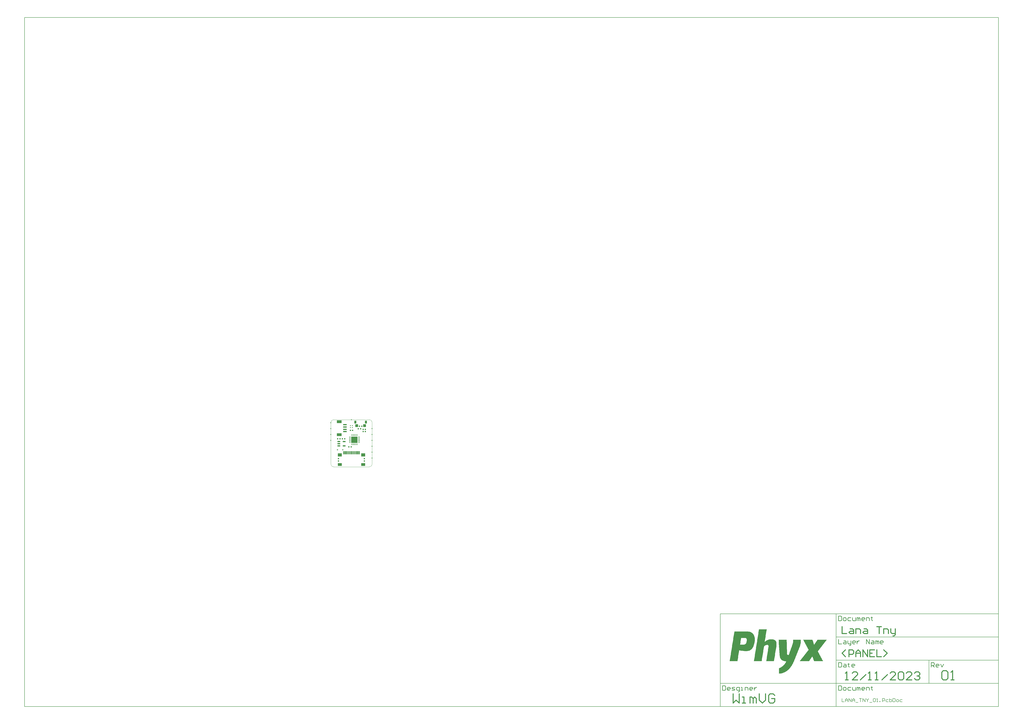
<source format=gtp>
G04*
G04 #@! TF.GenerationSoftware,Altium Limited,Altium Designer,23.10.1 (27)*
G04*
G04 Layer_Color=8421504*
%FSLAX25Y25*%
%MOIN*%
G70*
G04*
G04 #@! TF.SameCoordinates,194C9E44-5DED-4EF5-99F0-288BDC966464*
G04*
G04*
G04 #@! TF.FilePolarity,Positive*
G04*
G01*
G75*
%ADD10C,0.00984*%
%ADD11C,0.00394*%
%ADD13C,0.00787*%
%ADD16C,0.01575*%
%ADD17R,0.01181X0.05709*%
%ADD18R,0.07087X0.05709*%
%ADD19R,0.07087X0.04724*%
%ADD20R,0.07874X0.04724*%
%ADD21R,0.06102X0.02362*%
%ADD22C,0.01575*%
%ADD23R,0.04528X0.02362*%
%ADD24R,0.01929X0.01772*%
%ADD25R,0.03543X0.04724*%
%ADD26R,0.04528X0.05118*%
%ADD27R,0.02362X0.01968*%
%ADD28O,0.00787X0.02953*%
%ADD29O,0.02953X0.00787*%
%ADD30R,0.11024X0.11024*%
%ADD31R,0.01772X0.01772*%
%ADD32R,0.01968X0.02362*%
G36*
X708815Y-279574D02*
X710533D01*
Y-279860D01*
X711392D01*
Y-280146D01*
X712251D01*
Y-280433D01*
X713110D01*
Y-280719D01*
X713683D01*
Y-281005D01*
X713969D01*
Y-281292D01*
X714542D01*
Y-281578D01*
X714828D01*
Y-281864D01*
X715401D01*
Y-282151D01*
X715687D01*
Y-282437D01*
X715973D01*
Y-282723D01*
X716260D01*
Y-283009D01*
X716546D01*
Y-283296D01*
X716832D01*
Y-283582D01*
X717119D01*
Y-283868D01*
Y-284155D01*
X717405D01*
Y-284441D01*
X717691D01*
Y-284727D01*
Y-285014D01*
X717978D01*
Y-285300D01*
X718264D01*
Y-285586D01*
Y-285873D01*
X718550D01*
Y-286159D01*
Y-286445D01*
Y-286732D01*
X718836D01*
Y-287018D01*
Y-287304D01*
Y-287590D01*
X719123D01*
Y-287877D01*
Y-288163D01*
Y-288449D01*
Y-288736D01*
X719409D01*
Y-289022D01*
Y-289308D01*
Y-289595D01*
Y-289881D01*
Y-290167D01*
X719695D01*
Y-290454D01*
Y-290740D01*
Y-291026D01*
Y-291313D01*
Y-291599D01*
Y-291885D01*
Y-292171D01*
Y-292458D01*
Y-292744D01*
Y-293030D01*
Y-293317D01*
Y-293603D01*
Y-293889D01*
Y-294176D01*
Y-294462D01*
Y-294748D01*
Y-295035D01*
Y-295321D01*
Y-295607D01*
Y-295894D01*
X719409D01*
Y-296180D01*
Y-296466D01*
Y-296752D01*
Y-297039D01*
Y-297325D01*
Y-297611D01*
Y-297898D01*
X719123D01*
Y-298184D01*
Y-298470D01*
Y-298757D01*
Y-299043D01*
Y-299329D01*
X718836D01*
Y-299616D01*
Y-299902D01*
Y-300188D01*
Y-300475D01*
Y-300761D01*
X718550D01*
Y-301047D01*
Y-301333D01*
Y-301620D01*
X718264D01*
Y-301906D01*
Y-302192D01*
Y-302479D01*
Y-302765D01*
X717978D01*
Y-303051D01*
Y-303338D01*
Y-303624D01*
X717691D01*
Y-303910D01*
Y-304197D01*
X717405D01*
Y-304483D01*
Y-304769D01*
Y-305055D01*
X717119D01*
Y-305342D01*
Y-305628D01*
X716832D01*
Y-305914D01*
Y-306201D01*
X716546D01*
Y-306487D01*
Y-306773D01*
X716260D01*
Y-307060D01*
X715973D01*
Y-307346D01*
Y-307632D01*
X715687D01*
Y-307919D01*
X715401D01*
Y-308205D01*
X715114D01*
Y-308491D01*
Y-308778D01*
X714828D01*
Y-309064D01*
X714542D01*
Y-309350D01*
X714256D01*
Y-309636D01*
X713969D01*
Y-309923D01*
X713683D01*
Y-310209D01*
X713110D01*
Y-310495D01*
X712824D01*
Y-310782D01*
X712251D01*
Y-311068D01*
X711965D01*
Y-311354D01*
X711392D01*
Y-311641D01*
X710533D01*
Y-311927D01*
X709674D01*
Y-312213D01*
X708815D01*
Y-312500D01*
X707098D01*
Y-312786D01*
X701944D01*
Y-312500D01*
X699367D01*
Y-312213D01*
X697363D01*
Y-311927D01*
X695931D01*
Y-311641D01*
X694500D01*
Y-311354D01*
X693068D01*
Y-311641D01*
Y-311927D01*
Y-312213D01*
Y-312500D01*
Y-312786D01*
Y-313072D01*
Y-313359D01*
X692782D01*
Y-313645D01*
Y-313931D01*
Y-314217D01*
Y-314504D01*
Y-314790D01*
Y-315076D01*
X692496D01*
Y-315363D01*
Y-315649D01*
Y-315935D01*
Y-316222D01*
Y-316508D01*
Y-316794D01*
X692209D01*
Y-317081D01*
Y-317367D01*
Y-317653D01*
Y-317940D01*
Y-318226D01*
Y-318512D01*
Y-318798D01*
X691923D01*
Y-319085D01*
Y-319371D01*
Y-319657D01*
Y-319944D01*
Y-320230D01*
Y-320516D01*
X691637D01*
Y-320803D01*
Y-321089D01*
Y-321375D01*
Y-321662D01*
Y-321948D01*
Y-322234D01*
X691350D01*
Y-322521D01*
Y-322807D01*
Y-323093D01*
Y-323379D01*
Y-323666D01*
Y-323952D01*
Y-324238D01*
X691064D01*
Y-324525D01*
Y-324811D01*
Y-325097D01*
Y-325384D01*
Y-325670D01*
Y-325956D01*
X690778D01*
Y-326243D01*
Y-326529D01*
Y-326815D01*
Y-327102D01*
Y-327388D01*
Y-327674D01*
X690491D01*
Y-327960D01*
Y-328247D01*
Y-328533D01*
Y-328819D01*
Y-329106D01*
Y-329392D01*
Y-329678D01*
X677035D01*
Y-329392D01*
X677321D01*
Y-329106D01*
Y-328819D01*
Y-328533D01*
Y-328247D01*
Y-327960D01*
X677607D01*
Y-327674D01*
Y-327388D01*
Y-327102D01*
Y-326815D01*
Y-326529D01*
Y-326243D01*
Y-325956D01*
X677894D01*
Y-325670D01*
Y-325384D01*
Y-325097D01*
Y-324811D01*
Y-324525D01*
Y-324238D01*
X678180D01*
Y-323952D01*
Y-323666D01*
Y-323379D01*
Y-323093D01*
Y-322807D01*
Y-322521D01*
X678466D01*
Y-322234D01*
Y-321948D01*
Y-321662D01*
Y-321375D01*
Y-321089D01*
Y-320803D01*
Y-320516D01*
X678753D01*
Y-320230D01*
Y-319944D01*
Y-319657D01*
Y-319371D01*
Y-319085D01*
Y-318798D01*
X679039D01*
Y-318512D01*
Y-318226D01*
Y-317940D01*
Y-317653D01*
Y-317367D01*
Y-317081D01*
X679325D01*
Y-316794D01*
Y-316508D01*
Y-316222D01*
Y-315935D01*
Y-315649D01*
Y-315363D01*
X679612D01*
Y-315076D01*
Y-314790D01*
Y-314504D01*
Y-314217D01*
Y-313931D01*
Y-313645D01*
Y-313359D01*
X679898D01*
Y-313072D01*
Y-312786D01*
Y-312500D01*
Y-312213D01*
Y-311927D01*
Y-311641D01*
X680184D01*
Y-311354D01*
Y-311068D01*
Y-310782D01*
Y-310495D01*
Y-310209D01*
Y-309923D01*
X680471D01*
Y-309636D01*
Y-309350D01*
Y-309064D01*
Y-308778D01*
Y-308491D01*
Y-308205D01*
X680757D01*
Y-307919D01*
Y-307632D01*
Y-307346D01*
Y-307060D01*
Y-306773D01*
Y-306487D01*
Y-306201D01*
X681043D01*
Y-305914D01*
Y-305628D01*
Y-305342D01*
Y-305055D01*
Y-304769D01*
Y-304483D01*
X681329D01*
Y-304197D01*
Y-303910D01*
Y-303624D01*
Y-303338D01*
Y-303051D01*
Y-302765D01*
X681616D01*
Y-302479D01*
Y-302192D01*
Y-301906D01*
Y-301620D01*
Y-301333D01*
Y-301047D01*
Y-300761D01*
X681902D01*
Y-300475D01*
Y-300188D01*
Y-299902D01*
Y-299616D01*
Y-299329D01*
Y-299043D01*
X682188D01*
Y-298757D01*
Y-298470D01*
Y-298184D01*
Y-297898D01*
Y-297611D01*
Y-297325D01*
X682475D01*
Y-297039D01*
Y-296752D01*
Y-296466D01*
Y-296180D01*
Y-295894D01*
Y-295607D01*
X682761D01*
Y-295321D01*
Y-295035D01*
Y-294748D01*
Y-294462D01*
Y-294176D01*
Y-293889D01*
Y-293603D01*
X683047D01*
Y-293317D01*
Y-293030D01*
Y-292744D01*
Y-292458D01*
Y-292171D01*
Y-291885D01*
X683334D01*
Y-291599D01*
Y-291313D01*
Y-291026D01*
Y-290740D01*
Y-290454D01*
Y-290167D01*
X683620D01*
Y-289881D01*
Y-289595D01*
Y-289308D01*
Y-289022D01*
Y-288736D01*
Y-288449D01*
Y-288163D01*
X683906D01*
Y-287877D01*
Y-287590D01*
Y-287304D01*
Y-287018D01*
Y-286732D01*
Y-286445D01*
X684193D01*
Y-286159D01*
Y-285873D01*
Y-285586D01*
Y-285300D01*
Y-285014D01*
Y-284727D01*
X684479D01*
Y-284441D01*
Y-284155D01*
Y-283868D01*
Y-283582D01*
Y-283296D01*
Y-283009D01*
Y-282723D01*
X684765D01*
Y-282437D01*
Y-282151D01*
Y-281864D01*
Y-281578D01*
Y-281292D01*
Y-281005D01*
X685052D01*
Y-280719D01*
Y-280433D01*
Y-280146D01*
Y-279860D01*
Y-279574D01*
Y-279287D01*
X708815D01*
Y-279574D01*
D02*
G37*
G36*
X740024Y-276138D02*
Y-276424D01*
X739737D01*
Y-276711D01*
Y-276997D01*
Y-277283D01*
Y-277570D01*
Y-277856D01*
Y-278142D01*
X739451D01*
Y-278428D01*
Y-278715D01*
Y-279001D01*
Y-279287D01*
Y-279574D01*
Y-279860D01*
X739165D01*
Y-280146D01*
Y-280433D01*
Y-280719D01*
Y-281005D01*
Y-281292D01*
Y-281578D01*
Y-281864D01*
X738878D01*
Y-282151D01*
Y-282437D01*
Y-282723D01*
Y-283009D01*
Y-283296D01*
Y-283582D01*
X738592D01*
Y-283868D01*
Y-284155D01*
Y-284441D01*
Y-284727D01*
Y-285014D01*
Y-285300D01*
X738306D01*
Y-285586D01*
Y-285873D01*
Y-286159D01*
Y-286445D01*
Y-286732D01*
Y-287018D01*
Y-287304D01*
X738019D01*
Y-287590D01*
Y-287877D01*
Y-288163D01*
Y-288449D01*
Y-288736D01*
Y-289022D01*
X737733D01*
Y-289308D01*
Y-289595D01*
Y-289881D01*
Y-290167D01*
Y-290454D01*
Y-290740D01*
X737447D01*
Y-291026D01*
Y-291313D01*
Y-291599D01*
Y-291885D01*
Y-292171D01*
Y-292458D01*
X737160D01*
Y-292744D01*
Y-293030D01*
Y-293317D01*
Y-293603D01*
Y-293889D01*
Y-294176D01*
Y-294462D01*
X736874D01*
Y-294748D01*
Y-295035D01*
Y-295321D01*
Y-295607D01*
Y-295894D01*
Y-296180D01*
X736588D01*
Y-296466D01*
Y-296752D01*
X737160D01*
Y-296466D01*
X737447D01*
Y-296180D01*
X737733D01*
Y-295894D01*
X738306D01*
Y-295607D01*
X738592D01*
Y-295321D01*
X738878D01*
Y-295035D01*
X739451D01*
Y-294748D01*
X740024D01*
Y-294462D01*
X740310D01*
Y-294176D01*
X740882D01*
Y-293889D01*
X741742D01*
Y-293603D01*
X742314D01*
Y-293317D01*
X743173D01*
Y-293030D01*
X744605D01*
Y-292744D01*
X750904D01*
Y-293030D01*
X752049D01*
Y-293317D01*
X752908D01*
Y-293603D01*
X753480D01*
Y-293889D01*
X753767D01*
Y-294176D01*
X754339D01*
Y-294462D01*
X754626D01*
Y-294748D01*
X754912D01*
Y-295035D01*
X755198D01*
Y-295321D01*
X755484D01*
Y-295607D01*
Y-295894D01*
X755771D01*
Y-296180D01*
Y-296466D01*
X756057D01*
Y-296752D01*
Y-297039D01*
Y-297325D01*
X756344D01*
Y-297611D01*
Y-297898D01*
Y-298184D01*
Y-298470D01*
X756630D01*
Y-298757D01*
Y-299043D01*
Y-299329D01*
Y-299616D01*
Y-299902D01*
Y-300188D01*
Y-300475D01*
Y-300761D01*
Y-301047D01*
Y-301333D01*
Y-301620D01*
Y-301906D01*
Y-302192D01*
Y-302479D01*
Y-302765D01*
Y-303051D01*
Y-303338D01*
Y-303624D01*
X756344D01*
Y-303910D01*
Y-304197D01*
Y-304483D01*
Y-304769D01*
Y-305055D01*
Y-305342D01*
Y-305628D01*
X756057D01*
Y-305914D01*
Y-306201D01*
Y-306487D01*
Y-306773D01*
Y-307060D01*
Y-307346D01*
Y-307632D01*
X755771D01*
Y-307919D01*
Y-308205D01*
Y-308491D01*
Y-308778D01*
Y-309064D01*
Y-309350D01*
X755484D01*
Y-309636D01*
Y-309923D01*
Y-310209D01*
Y-310495D01*
Y-310782D01*
Y-311068D01*
X755198D01*
Y-311354D01*
Y-311641D01*
Y-311927D01*
Y-312213D01*
Y-312500D01*
Y-312786D01*
X754912D01*
Y-313072D01*
Y-313359D01*
Y-313645D01*
Y-313931D01*
Y-314217D01*
Y-314504D01*
Y-314790D01*
X754626D01*
Y-315076D01*
Y-315363D01*
Y-315649D01*
Y-315935D01*
Y-316222D01*
Y-316508D01*
X754339D01*
Y-316794D01*
Y-317081D01*
Y-317367D01*
Y-317653D01*
Y-317940D01*
Y-318226D01*
X754053D01*
Y-318512D01*
Y-318798D01*
Y-319085D01*
Y-319371D01*
Y-319657D01*
Y-319944D01*
Y-320230D01*
X753767D01*
Y-320516D01*
Y-320803D01*
Y-321089D01*
Y-321375D01*
Y-321662D01*
Y-321948D01*
X753480D01*
Y-322234D01*
Y-322521D01*
Y-322807D01*
Y-323093D01*
Y-323379D01*
Y-323666D01*
X753194D01*
Y-323952D01*
Y-324238D01*
Y-324525D01*
Y-324811D01*
Y-325097D01*
Y-325384D01*
X752908D01*
Y-325670D01*
Y-325956D01*
Y-326243D01*
Y-326529D01*
Y-326815D01*
Y-327102D01*
Y-327388D01*
X752621D01*
Y-327674D01*
Y-327960D01*
Y-328247D01*
Y-328533D01*
Y-328819D01*
Y-329106D01*
X752335D01*
Y-329392D01*
Y-329678D01*
X739165D01*
Y-329392D01*
Y-329106D01*
X739451D01*
Y-328819D01*
Y-328533D01*
Y-328247D01*
Y-327960D01*
Y-327674D01*
Y-327388D01*
X739737D01*
Y-327102D01*
Y-326815D01*
Y-326529D01*
Y-326243D01*
Y-325956D01*
Y-325670D01*
Y-325384D01*
X740024D01*
Y-325097D01*
Y-324811D01*
Y-324525D01*
Y-324238D01*
Y-323952D01*
Y-323666D01*
X740310D01*
Y-323379D01*
Y-323093D01*
Y-322807D01*
Y-322521D01*
Y-322234D01*
Y-321948D01*
X740596D01*
Y-321662D01*
Y-321375D01*
Y-321089D01*
Y-320803D01*
Y-320516D01*
Y-320230D01*
Y-319944D01*
X740882D01*
Y-319657D01*
Y-319371D01*
Y-319085D01*
Y-318798D01*
Y-318512D01*
Y-318226D01*
X741169D01*
Y-317940D01*
Y-317653D01*
Y-317367D01*
Y-317081D01*
Y-316794D01*
Y-316508D01*
Y-316222D01*
X741455D01*
Y-315935D01*
Y-315649D01*
Y-315363D01*
Y-315076D01*
Y-314790D01*
Y-314504D01*
X741742D01*
Y-314217D01*
Y-313931D01*
Y-313645D01*
Y-313359D01*
Y-313072D01*
Y-312786D01*
X742028D01*
Y-312500D01*
Y-312213D01*
Y-311927D01*
Y-311641D01*
Y-311354D01*
Y-311068D01*
X742314D01*
Y-310782D01*
Y-310495D01*
Y-310209D01*
Y-309923D01*
Y-309636D01*
Y-309350D01*
Y-309064D01*
X742600D01*
Y-308778D01*
Y-308491D01*
Y-308205D01*
Y-307919D01*
Y-307632D01*
Y-307346D01*
X742887D01*
Y-307060D01*
Y-306773D01*
Y-306487D01*
Y-306201D01*
Y-305914D01*
Y-305628D01*
Y-305342D01*
X743173D01*
Y-305055D01*
Y-304769D01*
Y-304483D01*
Y-304197D01*
Y-303910D01*
Y-303624D01*
X742887D01*
Y-303338D01*
Y-303051D01*
X742600D01*
Y-302765D01*
X742314D01*
Y-302479D01*
X741742D01*
Y-302192D01*
X740024D01*
Y-302479D01*
X738592D01*
Y-302765D01*
X737733D01*
Y-303051D01*
X737160D01*
Y-303338D01*
X736874D01*
Y-303624D01*
X736302D01*
Y-303910D01*
X736015D01*
Y-304197D01*
X735729D01*
Y-304483D01*
Y-304769D01*
X735443D01*
Y-305055D01*
Y-305342D01*
Y-305628D01*
X735156D01*
Y-305914D01*
Y-306201D01*
Y-306487D01*
Y-306773D01*
Y-307060D01*
Y-307346D01*
X734870D01*
Y-307632D01*
Y-307919D01*
Y-308205D01*
Y-308491D01*
Y-308778D01*
Y-309064D01*
Y-309350D01*
X734584D01*
Y-309636D01*
Y-309923D01*
Y-310209D01*
Y-310495D01*
Y-310782D01*
Y-311068D01*
X734297D01*
Y-311354D01*
Y-311641D01*
Y-311927D01*
Y-312213D01*
Y-312500D01*
Y-312786D01*
X734011D01*
Y-313072D01*
Y-313359D01*
Y-313645D01*
Y-313931D01*
Y-314217D01*
Y-314504D01*
X733725D01*
Y-314790D01*
Y-315076D01*
Y-315363D01*
Y-315649D01*
Y-315935D01*
Y-316222D01*
Y-316508D01*
X733438D01*
Y-316794D01*
Y-317081D01*
Y-317367D01*
Y-317653D01*
Y-317940D01*
Y-318226D01*
X733152D01*
Y-318512D01*
Y-318798D01*
Y-319085D01*
Y-319371D01*
Y-319657D01*
Y-319944D01*
X732866D01*
Y-320230D01*
Y-320516D01*
Y-320803D01*
Y-321089D01*
Y-321375D01*
Y-321662D01*
Y-321948D01*
X732580D01*
Y-322234D01*
Y-322521D01*
Y-322807D01*
Y-323093D01*
Y-323379D01*
Y-323666D01*
X732293D01*
Y-323952D01*
Y-324238D01*
Y-324525D01*
Y-324811D01*
Y-325097D01*
Y-325384D01*
X732007D01*
Y-325670D01*
Y-325956D01*
Y-326243D01*
Y-326529D01*
Y-326815D01*
Y-327102D01*
X731720D01*
Y-327388D01*
Y-327674D01*
Y-327960D01*
Y-328247D01*
Y-328533D01*
Y-328819D01*
Y-329106D01*
X731434D01*
Y-329392D01*
Y-329678D01*
X718264D01*
Y-329392D01*
Y-329106D01*
X718550D01*
Y-328819D01*
Y-328533D01*
Y-328247D01*
Y-327960D01*
Y-327674D01*
Y-327388D01*
Y-327102D01*
X718836D01*
Y-326815D01*
Y-326529D01*
Y-326243D01*
Y-325956D01*
Y-325670D01*
Y-325384D01*
X719123D01*
Y-325097D01*
Y-324811D01*
Y-324525D01*
Y-324238D01*
Y-323952D01*
Y-323666D01*
X719409D01*
Y-323379D01*
Y-323093D01*
Y-322807D01*
Y-322521D01*
Y-322234D01*
Y-321948D01*
Y-321662D01*
X719695D01*
Y-321375D01*
Y-321089D01*
Y-320803D01*
Y-320516D01*
Y-320230D01*
Y-319944D01*
X719982D01*
Y-319657D01*
Y-319371D01*
Y-319085D01*
Y-318798D01*
Y-318512D01*
Y-318226D01*
X720268D01*
Y-317940D01*
Y-317653D01*
Y-317367D01*
Y-317081D01*
Y-316794D01*
Y-316508D01*
X720554D01*
Y-316222D01*
Y-315935D01*
Y-315649D01*
Y-315363D01*
Y-315076D01*
Y-314790D01*
Y-314504D01*
X720841D01*
Y-314217D01*
Y-313931D01*
Y-313645D01*
Y-313359D01*
Y-313072D01*
Y-312786D01*
X721127D01*
Y-312500D01*
Y-312213D01*
Y-311927D01*
Y-311641D01*
Y-311354D01*
Y-311068D01*
X721413D01*
Y-310782D01*
Y-310495D01*
Y-310209D01*
Y-309923D01*
Y-309636D01*
Y-309350D01*
Y-309064D01*
X721700D01*
Y-308778D01*
Y-308491D01*
Y-308205D01*
Y-307919D01*
Y-307632D01*
Y-307346D01*
X721986D01*
Y-307060D01*
Y-306773D01*
Y-306487D01*
Y-306201D01*
Y-305914D01*
Y-305628D01*
X722272D01*
Y-305342D01*
Y-305055D01*
Y-304769D01*
Y-304483D01*
Y-304197D01*
Y-303910D01*
X722558D01*
Y-303624D01*
Y-303338D01*
Y-303051D01*
Y-302765D01*
Y-302479D01*
Y-302192D01*
Y-301906D01*
X722845D01*
Y-301620D01*
Y-301333D01*
Y-301047D01*
Y-300761D01*
Y-300475D01*
Y-300188D01*
X723131D01*
Y-299902D01*
Y-299616D01*
Y-299329D01*
Y-299043D01*
Y-298757D01*
Y-298470D01*
X723418D01*
Y-298184D01*
Y-297898D01*
Y-297611D01*
Y-297325D01*
Y-297039D01*
Y-296752D01*
X723704D01*
Y-296466D01*
Y-296180D01*
Y-295894D01*
Y-295607D01*
Y-295321D01*
Y-295035D01*
Y-294748D01*
X723990D01*
Y-294462D01*
Y-294176D01*
Y-293889D01*
Y-293603D01*
Y-293317D01*
Y-293030D01*
X724276D01*
Y-292744D01*
Y-292458D01*
Y-292171D01*
Y-291885D01*
Y-291599D01*
Y-291313D01*
X724563D01*
Y-291026D01*
Y-290740D01*
Y-290454D01*
Y-290167D01*
Y-289881D01*
Y-289595D01*
Y-289308D01*
X724849D01*
Y-289022D01*
Y-288736D01*
Y-288449D01*
Y-288163D01*
Y-287877D01*
Y-287590D01*
X725135D01*
Y-287304D01*
Y-287018D01*
Y-286732D01*
Y-286445D01*
Y-286159D01*
Y-285873D01*
X725422D01*
Y-285586D01*
Y-285300D01*
Y-285014D01*
Y-284727D01*
Y-284441D01*
Y-284155D01*
X725708D01*
Y-283868D01*
Y-283582D01*
Y-283296D01*
Y-283009D01*
Y-282723D01*
Y-282437D01*
Y-282151D01*
X725994D01*
Y-281864D01*
Y-281578D01*
Y-281292D01*
Y-281005D01*
Y-280719D01*
Y-280433D01*
X726281D01*
Y-280146D01*
Y-279860D01*
Y-279574D01*
Y-279287D01*
Y-279001D01*
Y-278715D01*
X726567D01*
Y-278428D01*
Y-278142D01*
Y-277856D01*
Y-277570D01*
Y-277283D01*
Y-276997D01*
Y-276711D01*
X726853D01*
Y-276424D01*
Y-276138D01*
Y-275852D01*
X740024D01*
Y-276138D01*
D02*
G37*
G36*
X841951Y-293603D02*
X841665D01*
Y-293889D01*
X841378D01*
Y-294176D01*
Y-294462D01*
X841092D01*
Y-294748D01*
X840806D01*
Y-295035D01*
X840519D01*
Y-295321D01*
Y-295607D01*
X840233D01*
Y-295894D01*
X839947D01*
Y-296180D01*
X839660D01*
Y-296466D01*
X839374D01*
Y-296752D01*
Y-297039D01*
X839088D01*
Y-297325D01*
X838801D01*
Y-297611D01*
X838515D01*
Y-297898D01*
Y-298184D01*
X838229D01*
Y-298470D01*
X837943D01*
Y-298757D01*
X837656D01*
Y-299043D01*
X837370D01*
Y-299329D01*
Y-299616D01*
X837084D01*
Y-299902D01*
X836797D01*
Y-300188D01*
X836511D01*
Y-300475D01*
Y-300761D01*
X836225D01*
Y-301047D01*
X835938D01*
Y-301333D01*
X835652D01*
Y-301620D01*
Y-301906D01*
X835366D01*
Y-302192D01*
X835079D01*
Y-302479D01*
X834793D01*
Y-302765D01*
X834507D01*
Y-303051D01*
Y-303338D01*
X834221D01*
Y-303624D01*
X833934D01*
Y-303910D01*
X833648D01*
Y-304197D01*
Y-304483D01*
X833362D01*
Y-304769D01*
X833075D01*
Y-305055D01*
X832789D01*
Y-305342D01*
Y-305628D01*
X832503D01*
Y-305914D01*
X832216D01*
Y-306201D01*
X831930D01*
Y-306487D01*
X831644D01*
Y-306773D01*
Y-307060D01*
X831357D01*
Y-307346D01*
X831071D01*
Y-307632D01*
X830785D01*
Y-307919D01*
Y-308205D01*
X830499D01*
Y-308491D01*
X830212D01*
Y-308778D01*
X829926D01*
Y-309064D01*
Y-309350D01*
X829640D01*
Y-309636D01*
X829353D01*
Y-309923D01*
X829067D01*
Y-310209D01*
X828781D01*
Y-310495D01*
Y-310782D01*
X828494D01*
Y-311068D01*
X828208D01*
Y-311354D01*
X827922D01*
Y-311641D01*
Y-311927D01*
X827635D01*
Y-312213D01*
X827349D01*
Y-312500D01*
X827063D01*
Y-312786D01*
X826776D01*
Y-313072D01*
Y-313359D01*
X827063D01*
Y-313645D01*
Y-313931D01*
X827349D01*
Y-314217D01*
Y-314504D01*
X827635D01*
Y-314790D01*
X827922D01*
Y-315076D01*
Y-315363D01*
X828208D01*
Y-315649D01*
Y-315935D01*
X828494D01*
Y-316222D01*
Y-316508D01*
X828781D01*
Y-316794D01*
Y-317081D01*
X829067D01*
Y-317367D01*
Y-317653D01*
X829353D01*
Y-317940D01*
Y-318226D01*
X829640D01*
Y-318512D01*
Y-318798D01*
X829926D01*
Y-319085D01*
Y-319371D01*
X830212D01*
Y-319657D01*
X830499D01*
Y-319944D01*
Y-320230D01*
X830785D01*
Y-320516D01*
Y-320803D01*
X831071D01*
Y-321089D01*
Y-321375D01*
X831357D01*
Y-321662D01*
Y-321948D01*
X831644D01*
Y-322234D01*
Y-322521D01*
X831930D01*
Y-322807D01*
Y-323093D01*
X832216D01*
Y-323379D01*
Y-323666D01*
X832503D01*
Y-323952D01*
X832789D01*
Y-324238D01*
Y-324525D01*
X833075D01*
Y-324811D01*
Y-325097D01*
X833362D01*
Y-325384D01*
Y-325670D01*
X833648D01*
Y-325956D01*
Y-326243D01*
X833934D01*
Y-326529D01*
Y-326815D01*
X834221D01*
Y-327102D01*
Y-327388D01*
X834507D01*
Y-327674D01*
Y-327960D01*
X834793D01*
Y-328247D01*
X835079D01*
Y-328533D01*
Y-328819D01*
X835366D01*
Y-329106D01*
Y-329392D01*
X835652D01*
Y-329678D01*
X820477D01*
Y-329392D01*
X820191D01*
Y-329106D01*
Y-328819D01*
Y-328533D01*
X819905D01*
Y-328247D01*
Y-327960D01*
Y-327674D01*
X819619D01*
Y-327388D01*
Y-327102D01*
X819332D01*
Y-326815D01*
Y-326529D01*
Y-326243D01*
X819046D01*
Y-325956D01*
Y-325670D01*
Y-325384D01*
X818760D01*
Y-325097D01*
Y-324811D01*
X818473D01*
Y-324525D01*
Y-324238D01*
Y-323952D01*
X818187D01*
Y-323666D01*
Y-323379D01*
Y-323093D01*
X817901D01*
Y-322807D01*
Y-322521D01*
Y-322234D01*
X817614D01*
Y-321948D01*
X817042D01*
Y-322234D01*
Y-322521D01*
X816755D01*
Y-322807D01*
X816469D01*
Y-323093D01*
Y-323379D01*
X816183D01*
Y-323666D01*
X815897D01*
Y-323952D01*
Y-324238D01*
X815610D01*
Y-324525D01*
X815324D01*
Y-324811D01*
Y-325097D01*
X815038D01*
Y-325384D01*
X814751D01*
Y-325670D01*
X814465D01*
Y-325956D01*
Y-326243D01*
X814179D01*
Y-326529D01*
X813892D01*
Y-326815D01*
Y-327102D01*
X813606D01*
Y-327388D01*
X813320D01*
Y-327674D01*
Y-327960D01*
X813033D01*
Y-328247D01*
X812747D01*
Y-328533D01*
Y-328819D01*
X812461D01*
Y-329106D01*
X812174D01*
Y-329392D01*
Y-329678D01*
X796141D01*
Y-329392D01*
X796427D01*
Y-329106D01*
X796714D01*
Y-328819D01*
X797000D01*
Y-328533D01*
X797286D01*
Y-328247D01*
Y-327960D01*
X797573D01*
Y-327674D01*
X797859D01*
Y-327388D01*
X798145D01*
Y-327102D01*
X798431D01*
Y-326815D01*
Y-326529D01*
X798718D01*
Y-326243D01*
X799004D01*
Y-325956D01*
X799290D01*
Y-325670D01*
Y-325384D01*
X799577D01*
Y-325097D01*
X799863D01*
Y-324811D01*
X800149D01*
Y-324525D01*
X800436D01*
Y-324238D01*
Y-323952D01*
X800722D01*
Y-323666D01*
X801008D01*
Y-323379D01*
X801295D01*
Y-323093D01*
X801581D01*
Y-322807D01*
Y-322521D01*
X801867D01*
Y-322234D01*
X802153D01*
Y-321948D01*
X802440D01*
Y-321662D01*
Y-321375D01*
X802726D01*
Y-321089D01*
X803012D01*
Y-320803D01*
X803299D01*
Y-320516D01*
X803585D01*
Y-320230D01*
Y-319944D01*
X803871D01*
Y-319657D01*
X804158D01*
Y-319371D01*
X804444D01*
Y-319085D01*
Y-318798D01*
X804730D01*
Y-318512D01*
X805017D01*
Y-318226D01*
X805303D01*
Y-317940D01*
X805589D01*
Y-317653D01*
Y-317367D01*
X805876D01*
Y-317081D01*
X806162D01*
Y-316794D01*
X806448D01*
Y-316508D01*
Y-316222D01*
X806734D01*
Y-315935D01*
X807021D01*
Y-315649D01*
X807307D01*
Y-315363D01*
X807594D01*
Y-315076D01*
Y-314790D01*
X807880D01*
Y-314504D01*
X808166D01*
Y-314217D01*
X808452D01*
Y-313931D01*
X808739D01*
Y-313645D01*
Y-313359D01*
X809025D01*
Y-313072D01*
X809311D01*
Y-312786D01*
X809598D01*
Y-312500D01*
Y-312213D01*
X809884D01*
Y-311927D01*
X810170D01*
Y-311641D01*
X810457D01*
Y-311354D01*
X810743D01*
Y-311068D01*
Y-310782D01*
X811029D01*
Y-310495D01*
Y-310209D01*
Y-309923D01*
X810743D01*
Y-309636D01*
X810457D01*
Y-309350D01*
Y-309064D01*
X810170D01*
Y-308778D01*
Y-308491D01*
X809884D01*
Y-308205D01*
Y-307919D01*
X809598D01*
Y-307632D01*
Y-307346D01*
X809311D01*
Y-307060D01*
Y-306773D01*
X809025D01*
Y-306487D01*
Y-306201D01*
X808739D01*
Y-305914D01*
X808452D01*
Y-305628D01*
Y-305342D01*
X808166D01*
Y-305055D01*
Y-304769D01*
X807880D01*
Y-304483D01*
Y-304197D01*
X807594D01*
Y-303910D01*
Y-303624D01*
X807307D01*
Y-303338D01*
Y-303051D01*
X807021D01*
Y-302765D01*
Y-302479D01*
X806734D01*
Y-302192D01*
X806448D01*
Y-301906D01*
Y-301620D01*
X806162D01*
Y-301333D01*
Y-301047D01*
X805876D01*
Y-300761D01*
Y-300475D01*
X805589D01*
Y-300188D01*
Y-299902D01*
X805303D01*
Y-299616D01*
Y-299329D01*
X805017D01*
Y-299043D01*
Y-298757D01*
X804730D01*
Y-298470D01*
Y-298184D01*
X804444D01*
Y-297898D01*
X804158D01*
Y-297611D01*
Y-297325D01*
X803871D01*
Y-297039D01*
Y-296752D01*
X803585D01*
Y-296466D01*
Y-296180D01*
X803299D01*
Y-295894D01*
Y-295607D01*
X803012D01*
Y-295321D01*
Y-295035D01*
X802726D01*
Y-294748D01*
Y-294462D01*
X802440D01*
Y-294176D01*
X802153D01*
Y-293889D01*
Y-293603D01*
X801867D01*
Y-293317D01*
X817614D01*
Y-293603D01*
X817901D01*
Y-293889D01*
Y-294176D01*
Y-294462D01*
X818187D01*
Y-294748D01*
Y-295035D01*
Y-295321D01*
X818473D01*
Y-295607D01*
Y-295894D01*
Y-296180D01*
X818760D01*
Y-296466D01*
Y-296752D01*
Y-297039D01*
X819046D01*
Y-297325D01*
Y-297611D01*
Y-297898D01*
X819332D01*
Y-298184D01*
Y-298470D01*
Y-298757D01*
X819619D01*
Y-299043D01*
Y-299329D01*
Y-299616D01*
X819905D01*
Y-299902D01*
Y-300188D01*
Y-300475D01*
X820191D01*
Y-300761D01*
Y-301047D01*
Y-301333D01*
Y-301620D01*
X820764D01*
Y-301333D01*
X821050D01*
Y-301047D01*
X821336D01*
Y-300761D01*
Y-300475D01*
X821623D01*
Y-300188D01*
X821909D01*
Y-299902D01*
Y-299616D01*
X822195D01*
Y-299329D01*
X822482D01*
Y-299043D01*
Y-298757D01*
X822768D01*
Y-298470D01*
X823054D01*
Y-298184D01*
Y-297898D01*
X823341D01*
Y-297611D01*
X823627D01*
Y-297325D01*
Y-297039D01*
X823913D01*
Y-296752D01*
X824200D01*
Y-296466D01*
Y-296180D01*
X824486D01*
Y-295894D01*
X824772D01*
Y-295607D01*
Y-295321D01*
X825058D01*
Y-295035D01*
X825345D01*
Y-294748D01*
Y-294462D01*
X825631D01*
Y-294176D01*
X825918D01*
Y-293889D01*
Y-293603D01*
X826204D01*
Y-293317D01*
X841951D01*
Y-293603D01*
D02*
G37*
G36*
X797859D02*
Y-293889D01*
Y-294176D01*
Y-294462D01*
Y-294748D01*
Y-295035D01*
Y-295321D01*
Y-295607D01*
Y-295894D01*
Y-296180D01*
Y-296466D01*
Y-296752D01*
Y-297039D01*
Y-297325D01*
Y-297611D01*
Y-297898D01*
Y-298184D01*
Y-298470D01*
Y-298757D01*
Y-299043D01*
Y-299329D01*
X797573D01*
Y-299616D01*
Y-299902D01*
Y-300188D01*
Y-300475D01*
Y-300761D01*
X797286D01*
Y-301047D01*
Y-301333D01*
Y-301620D01*
Y-301906D01*
X797000D01*
Y-302192D01*
Y-302479D01*
Y-302765D01*
Y-303051D01*
X796714D01*
Y-303338D01*
Y-303624D01*
Y-303910D01*
X796427D01*
Y-304197D01*
Y-304483D01*
Y-304769D01*
X796141D01*
Y-305055D01*
Y-305342D01*
Y-305628D01*
X795855D01*
Y-305914D01*
Y-306201D01*
Y-306487D01*
X795568D01*
Y-306773D01*
Y-307060D01*
X795282D01*
Y-307346D01*
Y-307632D01*
X794996D01*
Y-307919D01*
Y-308205D01*
Y-308491D01*
X794709D01*
Y-308778D01*
Y-309064D01*
X794423D01*
Y-309350D01*
Y-309636D01*
Y-309923D01*
X794137D01*
Y-310209D01*
Y-310495D01*
X793850D01*
Y-310782D01*
Y-311068D01*
Y-311354D01*
X793564D01*
Y-311641D01*
Y-311927D01*
X793278D01*
Y-312213D01*
Y-312500D01*
Y-312786D01*
X792991D01*
Y-313072D01*
Y-313359D01*
X792705D01*
Y-313645D01*
Y-313931D01*
Y-314217D01*
X792419D01*
Y-314504D01*
Y-314790D01*
X792133D01*
Y-315076D01*
Y-315363D01*
Y-315649D01*
X791846D01*
Y-315935D01*
Y-316222D01*
X791560D01*
Y-316508D01*
Y-316794D01*
Y-317081D01*
X791274D01*
Y-317367D01*
Y-317653D01*
X790987D01*
Y-317940D01*
Y-318226D01*
Y-318512D01*
X790701D01*
Y-318798D01*
Y-319085D01*
X790415D01*
Y-319371D01*
Y-319657D01*
Y-319944D01*
X790128D01*
Y-320230D01*
Y-320516D01*
X789842D01*
Y-320803D01*
Y-321089D01*
Y-321375D01*
X789556D01*
Y-321662D01*
Y-321948D01*
X789269D01*
Y-322234D01*
Y-322521D01*
Y-322807D01*
X788983D01*
Y-323093D01*
Y-323379D01*
X788697D01*
Y-323666D01*
Y-323952D01*
Y-324238D01*
X788411D01*
Y-324525D01*
Y-324811D01*
X788124D01*
Y-325097D01*
Y-325384D01*
Y-325670D01*
X787838D01*
Y-325956D01*
Y-326243D01*
X787552D01*
Y-326529D01*
Y-326815D01*
Y-327102D01*
X787265D01*
Y-327388D01*
Y-327674D01*
X786979D01*
Y-327960D01*
Y-328247D01*
Y-328533D01*
X786693D01*
Y-328819D01*
Y-329106D01*
X786406D01*
Y-329392D01*
Y-329678D01*
Y-329965D01*
X786120D01*
Y-330251D01*
Y-330537D01*
X785834D01*
Y-330824D01*
Y-331110D01*
X785547D01*
Y-331396D01*
Y-331683D01*
X785261D01*
Y-331969D01*
Y-332255D01*
Y-332542D01*
X784975D01*
Y-332828D01*
X784688D01*
Y-333114D01*
Y-333401D01*
Y-333687D01*
X784402D01*
Y-333973D01*
X784116D01*
Y-334259D01*
Y-334546D01*
X783829D01*
Y-334832D01*
Y-335118D01*
X783543D01*
Y-335405D01*
Y-335691D01*
X783257D01*
Y-335977D01*
Y-336264D01*
X782971D01*
Y-336550D01*
X782684D01*
Y-336836D01*
Y-337123D01*
X782398D01*
Y-337409D01*
Y-337695D01*
X782112D01*
Y-337982D01*
X781825D01*
Y-338268D01*
X781539D01*
Y-338554D01*
Y-338840D01*
X781253D01*
Y-339127D01*
X780966D01*
Y-339413D01*
Y-339699D01*
X780680D01*
Y-339986D01*
X780394D01*
Y-340272D01*
X780107D01*
Y-340558D01*
Y-340845D01*
X779821D01*
Y-341131D01*
X779535D01*
Y-341417D01*
X779249D01*
Y-341704D01*
X778962D01*
Y-341990D01*
X778676D01*
Y-342276D01*
Y-342563D01*
X778390D01*
Y-342849D01*
X778103D01*
Y-343135D01*
X777817D01*
Y-343421D01*
X777531D01*
Y-343708D01*
X777244D01*
Y-343994D01*
X776958D01*
Y-344280D01*
X776672D01*
Y-344567D01*
X776099D01*
Y-344853D01*
X775813D01*
Y-345139D01*
X775526D01*
Y-345426D01*
X775240D01*
Y-345712D01*
X774954D01*
Y-345998D01*
X774381D01*
Y-346285D01*
X774095D01*
Y-346571D01*
X773522D01*
Y-346857D01*
X773236D01*
Y-347144D01*
X772663D01*
Y-347430D01*
X772377D01*
Y-347716D01*
X771804D01*
Y-348002D01*
X771232D01*
Y-348289D01*
X770659D01*
Y-348575D01*
X770086D01*
Y-348861D01*
X769514D01*
Y-349148D01*
X768655D01*
Y-349434D01*
X768082D01*
Y-349720D01*
X767223D01*
Y-350007D01*
X766078D01*
Y-350293D01*
X764933D01*
Y-350579D01*
X763215D01*
Y-350866D01*
X761211D01*
Y-351152D01*
X760924D01*
Y-350866D01*
Y-350579D01*
Y-350293D01*
Y-350007D01*
Y-349720D01*
Y-349434D01*
Y-349148D01*
Y-348861D01*
Y-348575D01*
Y-348289D01*
Y-348002D01*
Y-347716D01*
Y-347430D01*
Y-347144D01*
Y-346857D01*
Y-346571D01*
Y-346285D01*
Y-345998D01*
Y-345712D01*
Y-345426D01*
Y-345139D01*
Y-344853D01*
Y-344567D01*
Y-344280D01*
Y-343994D01*
Y-343708D01*
Y-343421D01*
Y-343135D01*
Y-342849D01*
Y-342563D01*
Y-342276D01*
Y-341990D01*
Y-341704D01*
X761497D01*
Y-341417D01*
X762070D01*
Y-341131D01*
X762642D01*
Y-340845D01*
X763215D01*
Y-340558D01*
X763788D01*
Y-340272D01*
X764360D01*
Y-339986D01*
X764646D01*
Y-339699D01*
X765219D01*
Y-339413D01*
X765506D01*
Y-339127D01*
X766078D01*
Y-338840D01*
X766364D01*
Y-338554D01*
X766651D01*
Y-338268D01*
X767223D01*
Y-337982D01*
X767510D01*
Y-337695D01*
X767796D01*
Y-337409D01*
X768082D01*
Y-337123D01*
X768369D01*
Y-336836D01*
X768655D01*
Y-336550D01*
X768941D01*
Y-336264D01*
X769228D01*
Y-335977D01*
X769514D01*
Y-335691D01*
X769800D01*
Y-335405D01*
X770086D01*
Y-335118D01*
X770373D01*
Y-334832D01*
Y-334546D01*
X770659D01*
Y-334259D01*
X770945D01*
Y-333973D01*
X771232D01*
Y-333687D01*
Y-333401D01*
X771518D01*
Y-333114D01*
X771804D01*
Y-332828D01*
Y-332542D01*
X772091D01*
Y-332255D01*
Y-331969D01*
X772377D01*
Y-331683D01*
X772663D01*
Y-331396D01*
Y-331110D01*
X772950D01*
Y-330824D01*
Y-330537D01*
X773236D01*
Y-330251D01*
Y-329965D01*
X771518D01*
Y-329678D01*
X769514D01*
Y-329392D01*
X768369D01*
Y-329106D01*
X767796D01*
Y-328819D01*
X766937D01*
Y-328533D01*
X766364D01*
Y-328247D01*
X766078D01*
Y-327960D01*
X765506D01*
Y-327674D01*
X765219D01*
Y-327388D01*
X764933D01*
Y-327102D01*
X764646D01*
Y-326815D01*
X764360D01*
Y-326529D01*
X764074D01*
Y-326243D01*
Y-325956D01*
X763788D01*
Y-325670D01*
X763501D01*
Y-325384D01*
Y-325097D01*
X763215D01*
Y-324811D01*
Y-324525D01*
X762929D01*
Y-324238D01*
Y-323952D01*
X762642D01*
Y-323666D01*
Y-323379D01*
Y-323093D01*
X762356D01*
Y-322807D01*
Y-322521D01*
Y-322234D01*
Y-321948D01*
X762070D01*
Y-321662D01*
Y-321375D01*
Y-321089D01*
Y-320803D01*
Y-320516D01*
Y-320230D01*
Y-319944D01*
X761783D01*
Y-319657D01*
Y-319371D01*
Y-319085D01*
Y-318798D01*
Y-318512D01*
Y-318226D01*
Y-317940D01*
Y-317653D01*
Y-317367D01*
Y-317081D01*
Y-316794D01*
Y-316508D01*
Y-316222D01*
Y-315935D01*
Y-315649D01*
X761497D01*
Y-315363D01*
Y-315076D01*
Y-314790D01*
Y-314504D01*
Y-314217D01*
Y-313931D01*
Y-313645D01*
Y-313359D01*
Y-313072D01*
Y-312786D01*
Y-312500D01*
Y-312213D01*
Y-311927D01*
Y-311641D01*
Y-311354D01*
X761211D01*
Y-311068D01*
Y-310782D01*
Y-310495D01*
Y-310209D01*
Y-309923D01*
Y-309636D01*
Y-309350D01*
Y-309064D01*
Y-308778D01*
Y-308491D01*
Y-308205D01*
Y-307919D01*
Y-307632D01*
Y-307346D01*
Y-307060D01*
Y-306773D01*
X760924D01*
Y-306487D01*
Y-306201D01*
Y-305914D01*
Y-305628D01*
Y-305342D01*
Y-305055D01*
Y-304769D01*
Y-304483D01*
Y-304197D01*
Y-303910D01*
Y-303624D01*
Y-303338D01*
Y-303051D01*
Y-302765D01*
Y-302479D01*
Y-302192D01*
X760638D01*
Y-301906D01*
Y-301620D01*
Y-301333D01*
Y-301047D01*
Y-300761D01*
Y-300475D01*
Y-300188D01*
Y-299902D01*
Y-299616D01*
Y-299329D01*
Y-299043D01*
Y-298757D01*
Y-298470D01*
Y-298184D01*
X760352D01*
Y-297898D01*
Y-297611D01*
Y-297325D01*
Y-297039D01*
Y-296752D01*
Y-296466D01*
Y-296180D01*
Y-295894D01*
Y-295607D01*
Y-295321D01*
Y-295035D01*
Y-294748D01*
Y-294462D01*
Y-294176D01*
Y-293889D01*
Y-293603D01*
X760066D01*
Y-293317D01*
X773808D01*
Y-293603D01*
Y-293889D01*
Y-294176D01*
Y-294462D01*
Y-294748D01*
Y-295035D01*
Y-295321D01*
Y-295607D01*
Y-295894D01*
Y-296180D01*
Y-296466D01*
Y-296752D01*
Y-297039D01*
Y-297325D01*
X774095D01*
Y-297611D01*
Y-297898D01*
Y-298184D01*
Y-298470D01*
Y-298757D01*
Y-299043D01*
Y-299329D01*
Y-299616D01*
Y-299902D01*
Y-300188D01*
Y-300475D01*
Y-300761D01*
Y-301047D01*
Y-301333D01*
Y-301620D01*
Y-301906D01*
Y-302192D01*
Y-302479D01*
Y-302765D01*
Y-303051D01*
Y-303338D01*
Y-303624D01*
Y-303910D01*
Y-304197D01*
Y-304483D01*
Y-304769D01*
Y-305055D01*
Y-305342D01*
Y-305628D01*
Y-305914D01*
Y-306201D01*
Y-306487D01*
Y-306773D01*
Y-307060D01*
Y-307346D01*
Y-307632D01*
Y-307919D01*
Y-308205D01*
Y-308491D01*
Y-308778D01*
Y-309064D01*
X774381D01*
Y-309350D01*
X774095D01*
Y-309636D01*
Y-309923D01*
X774381D01*
Y-310209D01*
Y-310495D01*
Y-310782D01*
Y-311068D01*
Y-311354D01*
Y-311641D01*
Y-311927D01*
Y-312213D01*
Y-312500D01*
Y-312786D01*
Y-313072D01*
Y-313359D01*
Y-313645D01*
Y-313931D01*
Y-314217D01*
Y-314504D01*
Y-314790D01*
Y-315076D01*
Y-315363D01*
Y-315649D01*
Y-315935D01*
Y-316222D01*
Y-316508D01*
Y-316794D01*
Y-317081D01*
Y-317367D01*
X774668D01*
Y-317653D01*
Y-317940D01*
Y-318226D01*
X774954D01*
Y-318512D01*
X775240D01*
Y-318798D01*
X775526D01*
Y-319085D01*
X776385D01*
Y-319371D01*
X777244D01*
Y-319085D01*
X777531D01*
Y-318798D01*
Y-318512D01*
Y-318226D01*
X777817D01*
Y-317940D01*
Y-317653D01*
X778103D01*
Y-317367D01*
Y-317081D01*
Y-316794D01*
X778390D01*
Y-316508D01*
Y-316222D01*
Y-315935D01*
X778676D01*
Y-315649D01*
Y-315363D01*
Y-315076D01*
X778962D01*
Y-314790D01*
Y-314504D01*
Y-314217D01*
X779249D01*
Y-313931D01*
Y-313645D01*
X779535D01*
Y-313359D01*
Y-313072D01*
Y-312786D01*
X779821D01*
Y-312500D01*
Y-312213D01*
Y-311927D01*
X780107D01*
Y-311641D01*
Y-311354D01*
Y-311068D01*
X780394D01*
Y-310782D01*
Y-310495D01*
X780680D01*
Y-310209D01*
Y-309923D01*
Y-309636D01*
X780966D01*
Y-309350D01*
Y-309064D01*
Y-308778D01*
X781253D01*
Y-308491D01*
Y-308205D01*
Y-307919D01*
X781539D01*
Y-307632D01*
Y-307346D01*
X781825D01*
Y-307060D01*
Y-306773D01*
Y-306487D01*
X782112D01*
Y-306201D01*
Y-305914D01*
Y-305628D01*
X782398D01*
Y-305342D01*
Y-305055D01*
Y-304769D01*
X782684D01*
Y-304483D01*
Y-304197D01*
X782971D01*
Y-303910D01*
Y-303624D01*
Y-303338D01*
X783257D01*
Y-303051D01*
Y-302765D01*
Y-302479D01*
X783543D01*
Y-302192D01*
Y-301906D01*
Y-301620D01*
X783829D01*
Y-301333D01*
Y-301047D01*
Y-300761D01*
Y-300475D01*
X784116D01*
Y-300188D01*
Y-299902D01*
Y-299616D01*
Y-299329D01*
X784402D01*
Y-299043D01*
Y-298757D01*
Y-298470D01*
Y-298184D01*
Y-297898D01*
X784688D01*
Y-297611D01*
Y-297325D01*
Y-297039D01*
Y-296752D01*
Y-296466D01*
Y-296180D01*
X784975D01*
Y-295894D01*
Y-295607D01*
Y-295321D01*
Y-295035D01*
Y-294748D01*
Y-294462D01*
Y-294176D01*
Y-293889D01*
Y-293603D01*
Y-293317D01*
X797859D01*
Y-293603D01*
D02*
G37*
%LPC*%
G36*
X704521Y-290454D02*
X696504D01*
Y-290740D01*
Y-291026D01*
Y-291313D01*
Y-291599D01*
Y-291885D01*
X696218D01*
Y-292171D01*
Y-292458D01*
Y-292744D01*
Y-293030D01*
Y-293317D01*
Y-293603D01*
X695931D01*
Y-293889D01*
Y-294176D01*
Y-294462D01*
Y-294748D01*
Y-295035D01*
Y-295321D01*
X695645D01*
Y-295607D01*
Y-295894D01*
Y-296180D01*
Y-296466D01*
Y-296752D01*
Y-297039D01*
X695359D01*
Y-297325D01*
Y-297611D01*
Y-297898D01*
Y-298184D01*
Y-298470D01*
Y-298757D01*
Y-299043D01*
X695073D01*
Y-299329D01*
Y-299616D01*
Y-299902D01*
Y-300188D01*
Y-300475D01*
Y-300761D01*
X694786D01*
Y-301047D01*
Y-301333D01*
Y-301620D01*
X701944D01*
Y-301333D01*
X703089D01*
Y-301047D01*
X703662D01*
Y-300761D01*
X703948D01*
Y-300475D01*
X704235D01*
Y-300188D01*
X704521D01*
Y-299902D01*
X704807D01*
Y-299616D01*
Y-299329D01*
X705093D01*
Y-299043D01*
Y-298757D01*
X705380D01*
Y-298470D01*
Y-298184D01*
X705666D01*
Y-297898D01*
Y-297611D01*
Y-297325D01*
Y-297039D01*
X705952D01*
Y-296752D01*
Y-296466D01*
Y-296180D01*
Y-295894D01*
Y-295607D01*
X706239D01*
Y-295321D01*
Y-295035D01*
Y-294748D01*
Y-294462D01*
Y-294176D01*
Y-293889D01*
Y-293603D01*
Y-293317D01*
Y-293030D01*
Y-292744D01*
Y-292458D01*
X705952D01*
Y-292171D01*
Y-291885D01*
X705666D01*
Y-291599D01*
Y-291313D01*
X705380D01*
Y-291026D01*
X705093D01*
Y-290740D01*
X704521D01*
Y-290454D01*
D02*
G37*
%LPD*%
D10*
X1019299Y-339807D02*
Y-331936D01*
X1023235D01*
X1024547Y-333248D01*
Y-335872D01*
X1023235Y-337183D01*
X1019299D01*
X1021923D02*
X1024547Y-339807D01*
X1031106D02*
X1028482D01*
X1027170Y-338495D01*
Y-335872D01*
X1028482Y-334560D01*
X1031106D01*
X1032418Y-335872D01*
Y-337183D01*
X1027170D01*
X1035042Y-334560D02*
X1037666Y-339807D01*
X1040289Y-334560D01*
X664968Y-371306D02*
Y-379177D01*
X668904D01*
X670216Y-377865D01*
Y-372618D01*
X668904Y-371306D01*
X664968D01*
X676775Y-379177D02*
X674152D01*
X672840Y-377865D01*
Y-375242D01*
X674152Y-373930D01*
X676775D01*
X678087Y-375242D01*
Y-376554D01*
X672840D01*
X680711Y-379177D02*
X684647D01*
X685959Y-377865D01*
X684647Y-376554D01*
X682023D01*
X680711Y-375242D01*
X682023Y-373930D01*
X685959D01*
X691207Y-381801D02*
X692518D01*
X693830Y-380489D01*
Y-373930D01*
X689894D01*
X688583Y-375242D01*
Y-377865D01*
X689894Y-379177D01*
X693830D01*
X696454D02*
X699078D01*
X697766D01*
Y-373930D01*
X696454D01*
X703014Y-379177D02*
Y-373930D01*
X706949D01*
X708261Y-375242D01*
Y-379177D01*
X714821D02*
X712197D01*
X710885Y-377865D01*
Y-375242D01*
X712197Y-373930D01*
X714821D01*
X716133Y-375242D01*
Y-376554D01*
X710885D01*
X718757Y-373930D02*
Y-379177D01*
Y-376554D01*
X720069Y-375242D01*
X721381Y-373930D01*
X722692D01*
X861819Y-253196D02*
Y-261067D01*
X865754D01*
X867066Y-259755D01*
Y-254507D01*
X865754Y-253196D01*
X861819D01*
X871002Y-261067D02*
X873626D01*
X874938Y-259755D01*
Y-257131D01*
X873626Y-255820D01*
X871002D01*
X869690Y-257131D01*
Y-259755D01*
X871002Y-261067D01*
X882809Y-255820D02*
X878874D01*
X877561Y-257131D01*
Y-259755D01*
X878874Y-261067D01*
X882809D01*
X885433Y-255820D02*
Y-259755D01*
X886745Y-261067D01*
X890681D01*
Y-255820D01*
X893305Y-261067D02*
Y-255820D01*
X894616D01*
X895928Y-257131D01*
Y-261067D01*
Y-257131D01*
X897240Y-255820D01*
X898552Y-257131D01*
Y-261067D01*
X905112D02*
X902488D01*
X901176Y-259755D01*
Y-257131D01*
X902488Y-255820D01*
X905112D01*
X906424Y-257131D01*
Y-258443D01*
X901176D01*
X909048Y-261067D02*
Y-255820D01*
X912983D01*
X914295Y-257131D01*
Y-261067D01*
X918231Y-254507D02*
Y-255820D01*
X916919D01*
X919543D01*
X918231D01*
Y-259755D01*
X919543Y-261067D01*
X861819Y-292566D02*
Y-300437D01*
X867066D01*
X871002Y-295189D02*
X873626D01*
X874938Y-296501D01*
Y-300437D01*
X871002D01*
X869690Y-299125D01*
X871002Y-297813D01*
X874938D01*
X877561Y-295189D02*
Y-299125D01*
X878874Y-300437D01*
X882809D01*
Y-301749D01*
X881497Y-303061D01*
X880185D01*
X882809Y-300437D02*
Y-295189D01*
X889369Y-300437D02*
X886745D01*
X885433Y-299125D01*
Y-296501D01*
X886745Y-295189D01*
X889369D01*
X890681Y-296501D01*
Y-297813D01*
X885433D01*
X893305Y-295189D02*
Y-300437D01*
Y-297813D01*
X894616Y-296501D01*
X895928Y-295189D01*
X897240D01*
X909048Y-300437D02*
Y-292566D01*
X914295Y-300437D01*
Y-292566D01*
X918231Y-295189D02*
X920855D01*
X922167Y-296501D01*
Y-300437D01*
X918231D01*
X916919Y-299125D01*
X918231Y-297813D01*
X922167D01*
X924790Y-300437D02*
Y-295189D01*
X926102D01*
X927414Y-296501D01*
Y-300437D01*
Y-296501D01*
X928726Y-295189D01*
X930038Y-296501D01*
Y-300437D01*
X936598D02*
X933974D01*
X932662Y-299125D01*
Y-296501D01*
X933974Y-295189D01*
X936598D01*
X937910Y-296501D01*
Y-297813D01*
X932662D01*
X861819Y-331936D02*
Y-339807D01*
X865754D01*
X867066Y-338495D01*
Y-333248D01*
X865754Y-331936D01*
X861819D01*
X871002Y-334560D02*
X873626D01*
X874938Y-335872D01*
Y-339807D01*
X871002D01*
X869690Y-338495D01*
X871002Y-337183D01*
X874938D01*
X878874Y-333248D02*
Y-334560D01*
X877561D01*
X880185D01*
X878874D01*
Y-338495D01*
X880185Y-339807D01*
X888057D02*
X885433D01*
X884121Y-338495D01*
Y-335872D01*
X885433Y-334560D01*
X888057D01*
X889369Y-335872D01*
Y-337183D01*
X884121D01*
X861819Y-371306D02*
Y-379177D01*
X865754D01*
X867066Y-377865D01*
Y-372618D01*
X865754Y-371306D01*
X861819D01*
X871002Y-379177D02*
X873626D01*
X874938Y-377865D01*
Y-375242D01*
X873626Y-373930D01*
X871002D01*
X869690Y-375242D01*
Y-377865D01*
X871002Y-379177D01*
X882809Y-373930D02*
X878874D01*
X877561Y-375242D01*
Y-377865D01*
X878874Y-379177D01*
X882809D01*
X885433Y-373930D02*
Y-377865D01*
X886745Y-379177D01*
X890681D01*
Y-373930D01*
X893305Y-379177D02*
Y-373930D01*
X894616D01*
X895928Y-375242D01*
Y-379177D01*
Y-375242D01*
X897240Y-373930D01*
X898552Y-375242D01*
Y-379177D01*
X905112D02*
X902488D01*
X901176Y-377865D01*
Y-375242D01*
X902488Y-373930D01*
X905112D01*
X906424Y-375242D01*
Y-376554D01*
X901176D01*
X909048Y-379177D02*
Y-373930D01*
X912983D01*
X914295Y-375242D01*
Y-379177D01*
X918231Y-372618D02*
Y-373930D01*
X916919D01*
X919543D01*
X918231D01*
Y-377865D01*
X919543Y-379177D01*
D11*
X65000Y-0D02*
G03*
X70000Y5000I0J5000D01*
G01*
X70000Y75000D02*
G03*
X65000Y80000I-5000J0D01*
G01*
X5000Y80000D02*
G03*
X0Y75000I0J-5000D01*
G01*
X-0Y5000D02*
G03*
X5000Y0I5000J0D01*
G01*
X0Y5000D02*
Y75000D01*
X5000Y80000D02*
X65000D01*
X70000Y5000D02*
Y75000D01*
X5000Y0D02*
X65000D01*
D13*
X1015362Y-367366D02*
Y-327996D01*
X857882Y-288626D02*
X1133472D01*
X857882Y-327996D02*
X1133472D01*
X661031Y-367366D02*
X1133472D01*
X661031Y-249256D02*
X1133472D01*
X661031Y-406736D02*
Y-249256D01*
X857882Y-406736D02*
Y-249256D01*
X-520071Y762555D02*
X1133472D01*
Y-406736D02*
Y762555D01*
X-520071Y-406736D02*
Y762555D01*
Y-406736D02*
X1133472D01*
X867724Y-392959D02*
Y-398862D01*
X871660D01*
X873628D02*
Y-394927D01*
X875596Y-392959D01*
X877563Y-394927D01*
Y-398862D01*
Y-395911D01*
X873628D01*
X879531Y-398862D02*
Y-392959D01*
X883467Y-398862D01*
Y-392959D01*
X885435Y-398862D02*
Y-394927D01*
X887403Y-392959D01*
X889371Y-394927D01*
Y-398862D01*
Y-395911D01*
X885435D01*
X891339Y-399846D02*
X895274D01*
X897242Y-392959D02*
X901178D01*
X899210D01*
Y-398862D01*
X903146D02*
Y-392959D01*
X907081Y-398862D01*
Y-392959D01*
X909049D02*
Y-393943D01*
X911017Y-395911D01*
X912985Y-393943D01*
Y-392959D01*
X911017Y-395911D02*
Y-398862D01*
X914953Y-399846D02*
X918889D01*
X920856Y-393943D02*
X921840Y-392959D01*
X923808D01*
X924792Y-393943D01*
Y-397878D01*
X923808Y-398862D01*
X921840D01*
X920856Y-397878D01*
Y-393943D01*
X926760Y-398862D02*
X928728D01*
X927744D01*
Y-392959D01*
X926760Y-393943D01*
X931680Y-398862D02*
Y-397878D01*
X932664D01*
Y-398862D01*
X931680D01*
X936599D02*
Y-392959D01*
X939551D01*
X940535Y-393943D01*
Y-395911D01*
X939551Y-396895D01*
X936599D01*
X946439Y-394927D02*
X943487D01*
X942503Y-395911D01*
Y-397878D01*
X943487Y-398862D01*
X946439D01*
X948407Y-392959D02*
Y-398862D01*
X951358D01*
X952342Y-397878D01*
Y-396895D01*
Y-395911D01*
X951358Y-394927D01*
X948407D01*
X954310Y-392959D02*
Y-398862D01*
X957262D01*
X958246Y-397878D01*
Y-393943D01*
X957262Y-392959D01*
X954310D01*
X961198Y-398862D02*
X963166D01*
X964150Y-397878D01*
Y-395911D01*
X963166Y-394927D01*
X961198D01*
X960214Y-395911D01*
Y-397878D01*
X961198Y-398862D01*
X970053Y-394927D02*
X967101D01*
X966117Y-395911D01*
Y-397878D01*
X967101Y-398862D01*
X970053D01*
D16*
X873628Y-322091D02*
X867724Y-316187D01*
X873628Y-310283D01*
X879531Y-322091D02*
Y-310283D01*
X885435D01*
X887403Y-312251D01*
Y-316187D01*
X885435Y-318155D01*
X879531D01*
X891339Y-322091D02*
Y-314219D01*
X895274Y-310283D01*
X899210Y-314219D01*
Y-322091D01*
Y-316187D01*
X891339D01*
X903146Y-322091D02*
Y-310283D01*
X911017Y-322091D01*
Y-310283D01*
X922824D02*
X914953D01*
Y-322091D01*
X922824D01*
X914953Y-316187D02*
X918889D01*
X926760Y-310283D02*
Y-322091D01*
X934632D01*
X938567D02*
X944471Y-316187D01*
X938567Y-310283D01*
X682685Y-385088D02*
Y-400831D01*
X687932Y-395583D01*
X693180Y-400831D01*
Y-385088D01*
X698428Y-400831D02*
X703675D01*
X701052D01*
Y-390336D01*
X698428D01*
X711547Y-400831D02*
Y-390336D01*
X714171D01*
X716794Y-392959D01*
Y-400831D01*
Y-392959D01*
X719418Y-390336D01*
X722042Y-392959D01*
Y-400831D01*
X727290Y-385088D02*
Y-395583D01*
X732537Y-400831D01*
X737785Y-395583D01*
Y-385088D01*
X753528Y-387712D02*
X750904Y-385088D01*
X745656D01*
X743033Y-387712D01*
Y-398207D01*
X745656Y-400831D01*
X750904D01*
X753528Y-398207D01*
Y-392959D01*
X748280D01*
X1037015Y-348342D02*
X1039639Y-345718D01*
X1044887D01*
X1047511Y-348342D01*
Y-358837D01*
X1044887Y-361461D01*
X1039639D01*
X1037015Y-358837D01*
Y-348342D01*
X1052758Y-361461D02*
X1058006D01*
X1055382D01*
Y-345718D01*
X1052758Y-348342D01*
X873630Y-361461D02*
X878221D01*
X875925D01*
Y-347686D01*
X873630Y-349982D01*
X894292Y-361461D02*
X885109D01*
X894292Y-352277D01*
Y-349982D01*
X891996Y-347686D01*
X887405D01*
X885109Y-349982D01*
X898884Y-361461D02*
X908067Y-352277D01*
X912659Y-361461D02*
X917251D01*
X914955D01*
Y-347686D01*
X912659Y-349982D01*
X924138Y-361461D02*
X928730D01*
X926434D01*
Y-347686D01*
X924138Y-349982D01*
X935617Y-361461D02*
X944801Y-352277D01*
X958576Y-361461D02*
X949393D01*
X958576Y-352277D01*
Y-349982D01*
X956280Y-347686D01*
X951688D01*
X949393Y-349982D01*
X963168D02*
X965464Y-347686D01*
X970055D01*
X972351Y-349982D01*
Y-359165D01*
X970055Y-361461D01*
X965464D01*
X963168Y-359165D01*
Y-349982D01*
X986126Y-361461D02*
X976943D01*
X986126Y-352277D01*
Y-349982D01*
X983830Y-347686D01*
X979239D01*
X976943Y-349982D01*
X990718D02*
X993014Y-347686D01*
X997605D01*
X999901Y-349982D01*
Y-352277D01*
X997605Y-354573D01*
X995310D01*
X997605D01*
X999901Y-356869D01*
Y-359165D01*
X997605Y-361461D01*
X993014D01*
X990718Y-359165D01*
X867724Y-270913D02*
Y-282721D01*
X875596D01*
X881499Y-274849D02*
X885435D01*
X887403Y-276817D01*
Y-282721D01*
X881499D01*
X879531Y-280753D01*
X881499Y-278785D01*
X887403D01*
X891339Y-282721D02*
Y-274849D01*
X897242D01*
X899210Y-276817D01*
Y-282721D01*
X905114Y-274849D02*
X909049D01*
X911017Y-276817D01*
Y-282721D01*
X905114D01*
X903146Y-280753D01*
X905114Y-278785D01*
X911017D01*
X926760Y-270913D02*
X934632D01*
X930696D01*
Y-282721D01*
X938567D02*
Y-274849D01*
X944471D01*
X946439Y-276817D01*
Y-282721D01*
X950375Y-274849D02*
Y-280753D01*
X952342Y-282721D01*
X958246D01*
Y-284688D01*
X956278Y-286656D01*
X954310D01*
X958246Y-282721D02*
Y-274849D01*
D17*
X24961Y23848D02*
D03*
X26142Y23848D02*
D03*
X28110Y23848D02*
D03*
X30079D02*
D03*
X32047Y23848D02*
D03*
X34016D02*
D03*
X35984D02*
D03*
X37953D02*
D03*
X39921Y23848D02*
D03*
X41890D02*
D03*
X43858D02*
D03*
X45039Y23848D02*
D03*
X48287Y23848D02*
D03*
X47106Y23848D02*
D03*
X22894Y23848D02*
D03*
X21713Y23848D02*
D03*
D18*
X54961Y20246D02*
D03*
X15039D02*
D03*
D19*
Y3789D02*
D03*
X54961D02*
D03*
D20*
X14173Y76772D02*
D03*
Y54724D02*
D03*
D21*
X23720Y59842D02*
D03*
Y63779D02*
D03*
Y67716D02*
D03*
Y71654D02*
D03*
D22*
X70000Y25000D02*
D03*
X35000Y80000D02*
D03*
X0Y55000D02*
D03*
X70000Y65000D02*
D03*
Y55000D02*
D03*
Y45000D02*
D03*
Y35000D02*
D03*
X0Y45000D02*
D03*
Y65000D02*
D03*
X-0Y75000D02*
D03*
X70000Y15000D02*
D03*
D23*
X22626Y43016D02*
D03*
X22626Y35535D02*
D03*
X13374D02*
D03*
Y39276D02*
D03*
Y43016D02*
D03*
D24*
X20201Y28957D02*
D03*
X11224D02*
D03*
D25*
X59554Y76000D02*
D03*
X41445D02*
D03*
D26*
X57095Y69898D02*
D03*
X43905D02*
D03*
D27*
X58661Y63779D02*
D03*
Y59842D02*
D03*
X13000Y13787D02*
D03*
Y9850D02*
D03*
X57000D02*
D03*
Y13787D02*
D03*
X54724Y59842D02*
D03*
Y63779D02*
D03*
D28*
X44724Y53839D02*
D03*
X43150D02*
D03*
X41575D02*
D03*
X40000D02*
D03*
X38425D02*
D03*
X36850D02*
D03*
X35276D02*
D03*
Y38287D02*
D03*
X36850D02*
D03*
X38425D02*
D03*
X40000D02*
D03*
X41575D02*
D03*
X43150D02*
D03*
X44724D02*
D03*
D29*
X32224Y50787D02*
D03*
Y49213D02*
D03*
Y47638D02*
D03*
Y46063D02*
D03*
Y44488D02*
D03*
Y42913D02*
D03*
Y41339D02*
D03*
X47776D02*
D03*
Y42913D02*
D03*
Y44488D02*
D03*
Y46063D02*
D03*
Y47638D02*
D03*
Y49213D02*
D03*
Y50787D02*
D03*
D30*
X40000Y46063D02*
D03*
D31*
X33327Y66665D02*
D03*
X36673D02*
D03*
Y70011D02*
D03*
X33327D02*
D03*
D32*
X37008Y61811D02*
D03*
X33071D02*
D03*
X34606Y34057D02*
D03*
X30669D02*
D03*
X46632Y64500D02*
D03*
X50568D02*
D03*
X11432Y47488D02*
D03*
X15369D02*
D03*
X23369D02*
D03*
X19432D02*
D03*
X48531Y68898D02*
D03*
X52469D02*
D03*
M02*

</source>
